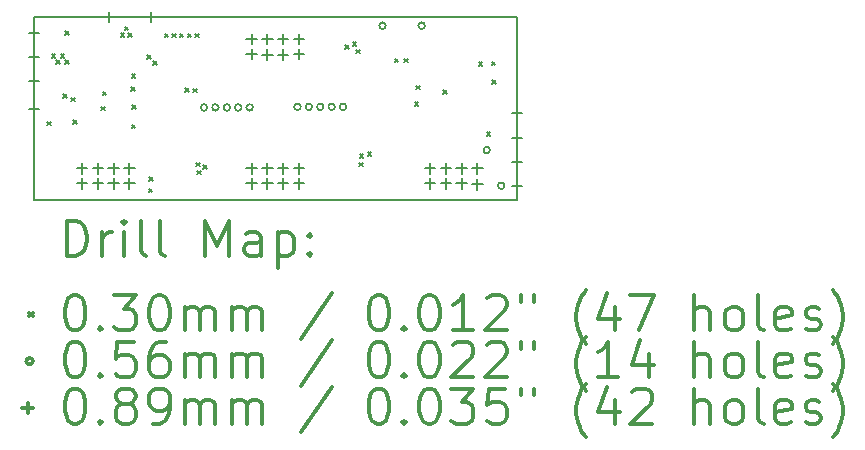
<source format=gbr>
%FSLAX45Y45*%
G04 Gerber Fmt 4.5, Leading zero omitted, Abs format (unit mm)*
G04 Created by KiCad (PCBNEW (5.0.0)) date 11/01/19 16:10:53*
%MOMM*%
%LPD*%
G01*
G04 APERTURE LIST*
%ADD10C,0.200000*%
%ADD11C,0.300000*%
G04 APERTURE END LIST*
D10*
X0Y1549400D02*
X0Y0D01*
X4089400Y1549400D02*
X0Y1549400D01*
X4089400Y0D02*
X4089400Y1549400D01*
X0Y0D02*
X4089400Y0D01*
D10*
X111760Y662940D02*
X142240Y632460D01*
X142240Y662940D02*
X111760Y632460D01*
X149860Y1234440D02*
X180340Y1203960D01*
X180340Y1234440D02*
X149860Y1203960D01*
X187960Y1183640D02*
X218440Y1153160D01*
X218440Y1183640D02*
X187960Y1153160D01*
X226060Y1234440D02*
X256540Y1203960D01*
X256540Y1234440D02*
X226060Y1203960D01*
X244760Y896620D02*
X275240Y866140D01*
X275240Y896620D02*
X244760Y866140D01*
X261620Y1427480D02*
X292100Y1397000D01*
X292100Y1427480D02*
X261620Y1397000D01*
X264160Y1183640D02*
X294640Y1153160D01*
X294640Y1183640D02*
X264160Y1153160D01*
X312420Y865240D02*
X342900Y834760D01*
X342900Y865240D02*
X312420Y834760D01*
X330200Y673100D02*
X360680Y642620D01*
X360680Y673100D02*
X330200Y642620D01*
X568960Y789940D02*
X599440Y759460D01*
X599440Y789940D02*
X568960Y759460D01*
X579652Y916940D02*
X610132Y886460D01*
X610132Y916940D02*
X579652Y886460D01*
X733552Y1412748D02*
X764032Y1382268D01*
X764032Y1412748D02*
X733552Y1382268D01*
X766572Y1467612D02*
X797052Y1437132D01*
X797052Y1467612D02*
X766572Y1437132D01*
X798576Y1412748D02*
X829056Y1382268D01*
X829056Y1412748D02*
X798576Y1382268D01*
X822960Y955040D02*
X853440Y924560D01*
X853440Y955040D02*
X822960Y924560D01*
X825500Y635000D02*
X855980Y604520D01*
X855980Y635000D02*
X825500Y604520D01*
X828040Y1061720D02*
X858520Y1031240D01*
X858520Y1061720D02*
X828040Y1031240D01*
X833120Y802640D02*
X863600Y772160D01*
X863600Y802640D02*
X833120Y772160D01*
X958850Y1223010D02*
X989330Y1192530D01*
X989330Y1223010D02*
X958850Y1192530D01*
X970280Y93980D02*
X1000760Y63500D01*
X1000760Y93980D02*
X970280Y63500D01*
X972820Y190500D02*
X1003300Y160020D01*
X1003300Y190500D02*
X972820Y160020D01*
X1010920Y1173480D02*
X1041400Y1143000D01*
X1041400Y1173480D02*
X1010920Y1143000D01*
X1104900Y1407160D02*
X1135380Y1376680D01*
X1135380Y1407160D02*
X1104900Y1376680D01*
X1169670Y1407160D02*
X1200150Y1376680D01*
X1200150Y1407160D02*
X1169670Y1376680D01*
X1234752Y1405890D02*
X1265232Y1375410D01*
X1265232Y1405890D02*
X1234752Y1375410D01*
X1280160Y943610D02*
X1310640Y913130D01*
X1310640Y943610D02*
X1280160Y913130D01*
X1300480Y1407160D02*
X1330960Y1376680D01*
X1330960Y1407160D02*
X1300480Y1376680D01*
X1346200Y941070D02*
X1376680Y910590D01*
X1376680Y941070D02*
X1346200Y910590D01*
X1366520Y1407160D02*
X1397000Y1376680D01*
X1397000Y1407160D02*
X1366520Y1376680D01*
X1370330Y313690D02*
X1400810Y283210D01*
X1400810Y313690D02*
X1370330Y283210D01*
X1379220Y246380D02*
X1409700Y215900D01*
X1409700Y246380D02*
X1379220Y215900D01*
X1432560Y292100D02*
X1463040Y261620D01*
X1463040Y292100D02*
X1432560Y261620D01*
X2632710Y1310640D02*
X2663190Y1280160D01*
X2663190Y1310640D02*
X2632710Y1280160D01*
X2696210Y1336040D02*
X2726690Y1305560D01*
X2726690Y1336040D02*
X2696210Y1305560D01*
X2727960Y1272540D02*
X2758440Y1242060D01*
X2758440Y1272540D02*
X2727960Y1242060D01*
X2752090Y316230D02*
X2782570Y285750D01*
X2782570Y316230D02*
X2752090Y285750D01*
X2757170Y386080D02*
X2787650Y355600D01*
X2787650Y386080D02*
X2757170Y355600D01*
X2823210Y402590D02*
X2853690Y372110D01*
X2853690Y402590D02*
X2823210Y372110D01*
X3054078Y1194434D02*
X3084558Y1163954D01*
X3084558Y1194434D02*
X3054078Y1163954D01*
X3134360Y1194434D02*
X3164840Y1163954D01*
X3164840Y1194434D02*
X3134360Y1163954D01*
X3223260Y828040D02*
X3253740Y797560D01*
X3253740Y828040D02*
X3223260Y797560D01*
X3235960Y967740D02*
X3266440Y937260D01*
X3266440Y967740D02*
X3235960Y937260D01*
X3464560Y929640D02*
X3495040Y899160D01*
X3495040Y929640D02*
X3464560Y899160D01*
X3764280Y1165860D02*
X3794760Y1135380D01*
X3794760Y1165860D02*
X3764280Y1135380D01*
X3832860Y574040D02*
X3863340Y543560D01*
X3863340Y574040D02*
X3832860Y543560D01*
X3876040Y1168400D02*
X3906520Y1137920D01*
X3906520Y1168400D02*
X3876040Y1137920D01*
X3876860Y1010920D02*
X3907340Y980440D01*
X3907340Y1010920D02*
X3876860Y980440D01*
X1466850Y782320D02*
G75*
G03X1466850Y782320I-27940J0D01*
G01*
X1563370Y782320D02*
G75*
G03X1563370Y782320I-27940J0D01*
G01*
X1659890Y782320D02*
G75*
G03X1659890Y782320I-27940J0D01*
G01*
X1756410Y782320D02*
G75*
G03X1756410Y782320I-27940J0D01*
G01*
X1852930Y782320D02*
G75*
G03X1852930Y782320I-27940J0D01*
G01*
X2258060Y787400D02*
G75*
G03X2258060Y787400I-27940J0D01*
G01*
X2354580Y787400D02*
G75*
G03X2354580Y787400I-27940J0D01*
G01*
X2451100Y787400D02*
G75*
G03X2451100Y787400I-27940J0D01*
G01*
X2547620Y787400D02*
G75*
G03X2547620Y787400I-27940J0D01*
G01*
X2644140Y787400D02*
G75*
G03X2644140Y787400I-27940J0D01*
G01*
X2977940Y1475000D02*
G75*
G03X2977940Y1475000I-27940J0D01*
G01*
X3309620Y1474470D02*
G75*
G03X3309620Y1474470I-27940J0D01*
G01*
X3860800Y421640D02*
G75*
G03X3860800Y421640I-27940J0D01*
G01*
X3982720Y119380D02*
G75*
G03X3982720Y119380I-27940J0D01*
G01*
X406400Y184150D02*
X406400Y95250D01*
X361950Y139700D02*
X450850Y139700D01*
X990600Y1593850D02*
X990600Y1504950D01*
X946150Y1549400D02*
X1035050Y1549400D01*
X0Y817550D02*
X0Y728650D01*
X-44450Y773100D02*
X44450Y773100D01*
X3352800Y184150D02*
X3352800Y95250D01*
X3308350Y139700D02*
X3397250Y139700D01*
X2108200Y184150D02*
X2108200Y95250D01*
X2063750Y139700D02*
X2152650Y139700D01*
X806450Y184150D02*
X806450Y95250D01*
X762000Y139700D02*
X850900Y139700D01*
X406400Y311150D02*
X406400Y222250D01*
X361950Y266700D02*
X450850Y266700D01*
X0Y1250950D02*
X0Y1162050D01*
X-44450Y1206500D02*
X44450Y1206500D01*
X4089400Y565150D02*
X4089400Y476250D01*
X4044950Y520700D02*
X4133850Y520700D01*
X3352800Y311150D02*
X3352800Y222250D01*
X3308350Y266700D02*
X3397250Y266700D01*
X3486150Y311150D02*
X3486150Y222250D01*
X3441700Y266700D02*
X3530600Y266700D01*
X1974850Y1404940D02*
X1974850Y1316040D01*
X1930400Y1360490D02*
X2019300Y1360490D01*
X1841500Y184150D02*
X1841500Y95250D01*
X1797050Y139700D02*
X1885950Y139700D01*
X806450Y311150D02*
X806450Y222250D01*
X762000Y266700D02*
X850900Y266700D01*
X2241550Y1404940D02*
X2241550Y1316040D01*
X2197100Y1360490D02*
X2286000Y1360490D01*
X3619500Y311150D02*
X3619500Y222250D01*
X3575050Y266700D02*
X3663950Y266700D01*
X3486150Y184150D02*
X3486150Y95250D01*
X3441700Y139700D02*
X3530600Y139700D01*
X539750Y184150D02*
X539750Y95250D01*
X495300Y139700D02*
X584200Y139700D01*
X635000Y1593850D02*
X635000Y1504950D01*
X590550Y1549400D02*
X679450Y1549400D01*
X539750Y311150D02*
X539750Y222250D01*
X495300Y266700D02*
X584200Y266700D01*
X1975000Y1274450D02*
X1975000Y1185550D01*
X1930550Y1230000D02*
X2019450Y1230000D01*
X2108200Y1404940D02*
X2108200Y1316040D01*
X2063750Y1360490D02*
X2152650Y1360490D01*
X1841500Y1404940D02*
X1841500Y1316040D01*
X1797050Y1360490D02*
X1885950Y1360490D01*
X1841500Y311150D02*
X1841500Y222250D01*
X1797050Y266700D02*
X1885950Y266700D01*
X673100Y184150D02*
X673100Y95250D01*
X628650Y139700D02*
X717550Y139700D01*
X1974850Y311150D02*
X1974850Y222250D01*
X1930400Y266700D02*
X2019300Y266700D01*
X2109620Y1274450D02*
X2109620Y1185550D01*
X2065170Y1230000D02*
X2154070Y1230000D01*
X0Y1047750D02*
X0Y958850D01*
X-44450Y1003300D02*
X44450Y1003300D01*
X2241550Y1277940D02*
X2241550Y1189040D01*
X2197100Y1233490D02*
X2286000Y1233490D01*
X4089400Y781050D02*
X4089400Y692150D01*
X4044950Y736600D02*
X4133850Y736600D01*
X4089400Y361950D02*
X4089400Y273050D01*
X4044950Y317500D02*
X4133850Y317500D01*
X2241550Y311150D02*
X2241550Y222250D01*
X2197100Y266700D02*
X2286000Y266700D01*
X1974850Y184150D02*
X1974850Y95250D01*
X1930400Y139700D02*
X2019300Y139700D01*
X4089400Y158750D02*
X4089400Y69850D01*
X4044950Y114300D02*
X4133850Y114300D01*
X1841500Y1277940D02*
X1841500Y1189040D01*
X1797050Y1233490D02*
X1885950Y1233490D01*
X3752850Y311150D02*
X3752850Y222250D01*
X3708400Y266700D02*
X3797300Y266700D01*
X0Y1454150D02*
X0Y1365250D01*
X-44450Y1409700D02*
X44450Y1409700D01*
X2108200Y311150D02*
X2108200Y222250D01*
X2063750Y266700D02*
X2152650Y266700D01*
X673100Y311150D02*
X673100Y222250D01*
X628650Y266700D02*
X717550Y266700D01*
X3619500Y184150D02*
X3619500Y95250D01*
X3575050Y139700D02*
X3663950Y139700D01*
X3752850Y176530D02*
X3752850Y87630D01*
X3708400Y132080D02*
X3797300Y132080D01*
X2241550Y184150D02*
X2241550Y95250D01*
X2197100Y139700D02*
X2286000Y139700D01*
D11*
X276428Y-475714D02*
X276428Y-175714D01*
X347857Y-175714D01*
X390714Y-190000D01*
X419286Y-218571D01*
X433571Y-247143D01*
X447857Y-304286D01*
X447857Y-347143D01*
X433571Y-404286D01*
X419286Y-432857D01*
X390714Y-461429D01*
X347857Y-475714D01*
X276428Y-475714D01*
X576428Y-475714D02*
X576428Y-275714D01*
X576428Y-332857D02*
X590714Y-304286D01*
X605000Y-290000D01*
X633571Y-275714D01*
X662143Y-275714D01*
X762143Y-475714D02*
X762143Y-275714D01*
X762143Y-175714D02*
X747857Y-190000D01*
X762143Y-204286D01*
X776428Y-190000D01*
X762143Y-175714D01*
X762143Y-204286D01*
X947857Y-475714D02*
X919286Y-461429D01*
X905000Y-432857D01*
X905000Y-175714D01*
X1105000Y-475714D02*
X1076428Y-461429D01*
X1062143Y-432857D01*
X1062143Y-175714D01*
X1447857Y-475714D02*
X1447857Y-175714D01*
X1547857Y-390000D01*
X1647857Y-175714D01*
X1647857Y-475714D01*
X1919286Y-475714D02*
X1919286Y-318572D01*
X1905000Y-290000D01*
X1876428Y-275714D01*
X1819286Y-275714D01*
X1790714Y-290000D01*
X1919286Y-461429D02*
X1890714Y-475714D01*
X1819286Y-475714D01*
X1790714Y-461429D01*
X1776428Y-432857D01*
X1776428Y-404286D01*
X1790714Y-375714D01*
X1819286Y-361429D01*
X1890714Y-361429D01*
X1919286Y-347143D01*
X2062143Y-275714D02*
X2062143Y-575714D01*
X2062143Y-290000D02*
X2090714Y-275714D01*
X2147857Y-275714D01*
X2176428Y-290000D01*
X2190714Y-304286D01*
X2205000Y-332857D01*
X2205000Y-418571D01*
X2190714Y-447143D01*
X2176428Y-461429D01*
X2147857Y-475714D01*
X2090714Y-475714D01*
X2062143Y-461429D01*
X2333571Y-447143D02*
X2347857Y-461429D01*
X2333571Y-475714D01*
X2319286Y-461429D01*
X2333571Y-447143D01*
X2333571Y-475714D01*
X2333571Y-290000D02*
X2347857Y-304286D01*
X2333571Y-318572D01*
X2319286Y-304286D01*
X2333571Y-290000D01*
X2333571Y-318572D01*
X-40480Y-954760D02*
X-10000Y-985240D01*
X-10000Y-954760D02*
X-40480Y-985240D01*
X333571Y-805714D02*
X362143Y-805714D01*
X390714Y-820000D01*
X405000Y-834286D01*
X419286Y-862857D01*
X433571Y-920000D01*
X433571Y-991429D01*
X419286Y-1048571D01*
X405000Y-1077143D01*
X390714Y-1091429D01*
X362143Y-1105714D01*
X333571Y-1105714D01*
X305000Y-1091429D01*
X290714Y-1077143D01*
X276428Y-1048571D01*
X262143Y-991429D01*
X262143Y-920000D01*
X276428Y-862857D01*
X290714Y-834286D01*
X305000Y-820000D01*
X333571Y-805714D01*
X562143Y-1077143D02*
X576428Y-1091429D01*
X562143Y-1105714D01*
X547857Y-1091429D01*
X562143Y-1077143D01*
X562143Y-1105714D01*
X676428Y-805714D02*
X862143Y-805714D01*
X762143Y-920000D01*
X805000Y-920000D01*
X833571Y-934286D01*
X847857Y-948571D01*
X862143Y-977143D01*
X862143Y-1048571D01*
X847857Y-1077143D01*
X833571Y-1091429D01*
X805000Y-1105714D01*
X719286Y-1105714D01*
X690714Y-1091429D01*
X676428Y-1077143D01*
X1047857Y-805714D02*
X1076428Y-805714D01*
X1105000Y-820000D01*
X1119286Y-834286D01*
X1133571Y-862857D01*
X1147857Y-920000D01*
X1147857Y-991429D01*
X1133571Y-1048571D01*
X1119286Y-1077143D01*
X1105000Y-1091429D01*
X1076428Y-1105714D01*
X1047857Y-1105714D01*
X1019286Y-1091429D01*
X1005000Y-1077143D01*
X990714Y-1048571D01*
X976428Y-991429D01*
X976428Y-920000D01*
X990714Y-862857D01*
X1005000Y-834286D01*
X1019286Y-820000D01*
X1047857Y-805714D01*
X1276428Y-1105714D02*
X1276428Y-905714D01*
X1276428Y-934286D02*
X1290714Y-920000D01*
X1319286Y-905714D01*
X1362143Y-905714D01*
X1390714Y-920000D01*
X1405000Y-948571D01*
X1405000Y-1105714D01*
X1405000Y-948571D02*
X1419286Y-920000D01*
X1447857Y-905714D01*
X1490714Y-905714D01*
X1519286Y-920000D01*
X1533571Y-948571D01*
X1533571Y-1105714D01*
X1676428Y-1105714D02*
X1676428Y-905714D01*
X1676428Y-934286D02*
X1690714Y-920000D01*
X1719286Y-905714D01*
X1762143Y-905714D01*
X1790714Y-920000D01*
X1805000Y-948571D01*
X1805000Y-1105714D01*
X1805000Y-948571D02*
X1819286Y-920000D01*
X1847857Y-905714D01*
X1890714Y-905714D01*
X1919286Y-920000D01*
X1933571Y-948571D01*
X1933571Y-1105714D01*
X2519286Y-791429D02*
X2262143Y-1177143D01*
X2905000Y-805714D02*
X2933571Y-805714D01*
X2962143Y-820000D01*
X2976428Y-834286D01*
X2990714Y-862857D01*
X3005000Y-920000D01*
X3005000Y-991429D01*
X2990714Y-1048571D01*
X2976428Y-1077143D01*
X2962143Y-1091429D01*
X2933571Y-1105714D01*
X2905000Y-1105714D01*
X2876428Y-1091429D01*
X2862143Y-1077143D01*
X2847857Y-1048571D01*
X2833571Y-991429D01*
X2833571Y-920000D01*
X2847857Y-862857D01*
X2862143Y-834286D01*
X2876428Y-820000D01*
X2905000Y-805714D01*
X3133571Y-1077143D02*
X3147857Y-1091429D01*
X3133571Y-1105714D01*
X3119286Y-1091429D01*
X3133571Y-1077143D01*
X3133571Y-1105714D01*
X3333571Y-805714D02*
X3362143Y-805714D01*
X3390714Y-820000D01*
X3405000Y-834286D01*
X3419286Y-862857D01*
X3433571Y-920000D01*
X3433571Y-991429D01*
X3419286Y-1048571D01*
X3405000Y-1077143D01*
X3390714Y-1091429D01*
X3362143Y-1105714D01*
X3333571Y-1105714D01*
X3305000Y-1091429D01*
X3290714Y-1077143D01*
X3276428Y-1048571D01*
X3262143Y-991429D01*
X3262143Y-920000D01*
X3276428Y-862857D01*
X3290714Y-834286D01*
X3305000Y-820000D01*
X3333571Y-805714D01*
X3719286Y-1105714D02*
X3547857Y-1105714D01*
X3633571Y-1105714D02*
X3633571Y-805714D01*
X3605000Y-848571D01*
X3576428Y-877143D01*
X3547857Y-891429D01*
X3833571Y-834286D02*
X3847857Y-820000D01*
X3876428Y-805714D01*
X3947857Y-805714D01*
X3976428Y-820000D01*
X3990714Y-834286D01*
X4005000Y-862857D01*
X4005000Y-891429D01*
X3990714Y-934286D01*
X3819286Y-1105714D01*
X4005000Y-1105714D01*
X4119286Y-805714D02*
X4119286Y-862857D01*
X4233571Y-805714D02*
X4233571Y-862857D01*
X4676428Y-1220000D02*
X4662143Y-1205714D01*
X4633571Y-1162857D01*
X4619286Y-1134286D01*
X4605000Y-1091429D01*
X4590714Y-1020000D01*
X4590714Y-962857D01*
X4605000Y-891429D01*
X4619286Y-848571D01*
X4633571Y-820000D01*
X4662143Y-777143D01*
X4676428Y-762857D01*
X4919286Y-905714D02*
X4919286Y-1105714D01*
X4847857Y-791429D02*
X4776428Y-1005714D01*
X4962143Y-1005714D01*
X5047857Y-805714D02*
X5247857Y-805714D01*
X5119286Y-1105714D01*
X5590714Y-1105714D02*
X5590714Y-805714D01*
X5719286Y-1105714D02*
X5719286Y-948571D01*
X5705000Y-920000D01*
X5676428Y-905714D01*
X5633571Y-905714D01*
X5605000Y-920000D01*
X5590714Y-934286D01*
X5905000Y-1105714D02*
X5876428Y-1091429D01*
X5862143Y-1077143D01*
X5847857Y-1048571D01*
X5847857Y-962857D01*
X5862143Y-934286D01*
X5876428Y-920000D01*
X5905000Y-905714D01*
X5947857Y-905714D01*
X5976428Y-920000D01*
X5990714Y-934286D01*
X6005000Y-962857D01*
X6005000Y-1048571D01*
X5990714Y-1077143D01*
X5976428Y-1091429D01*
X5947857Y-1105714D01*
X5905000Y-1105714D01*
X6176428Y-1105714D02*
X6147857Y-1091429D01*
X6133571Y-1062857D01*
X6133571Y-805714D01*
X6405000Y-1091429D02*
X6376428Y-1105714D01*
X6319286Y-1105714D01*
X6290714Y-1091429D01*
X6276428Y-1062857D01*
X6276428Y-948571D01*
X6290714Y-920000D01*
X6319286Y-905714D01*
X6376428Y-905714D01*
X6405000Y-920000D01*
X6419286Y-948571D01*
X6419286Y-977143D01*
X6276428Y-1005714D01*
X6533571Y-1091429D02*
X6562143Y-1105714D01*
X6619286Y-1105714D01*
X6647857Y-1091429D01*
X6662143Y-1062857D01*
X6662143Y-1048571D01*
X6647857Y-1020000D01*
X6619286Y-1005714D01*
X6576428Y-1005714D01*
X6547857Y-991429D01*
X6533571Y-962857D01*
X6533571Y-948571D01*
X6547857Y-920000D01*
X6576428Y-905714D01*
X6619286Y-905714D01*
X6647857Y-920000D01*
X6762143Y-1220000D02*
X6776428Y-1205714D01*
X6805000Y-1162857D01*
X6819286Y-1134286D01*
X6833571Y-1091429D01*
X6847857Y-1020000D01*
X6847857Y-962857D01*
X6833571Y-891429D01*
X6819286Y-848571D01*
X6805000Y-820000D01*
X6776428Y-777143D01*
X6762143Y-762857D01*
X-10000Y-1366000D02*
G75*
G03X-10000Y-1366000I-27940J0D01*
G01*
X333571Y-1201714D02*
X362143Y-1201714D01*
X390714Y-1216000D01*
X405000Y-1230286D01*
X419286Y-1258857D01*
X433571Y-1316000D01*
X433571Y-1387429D01*
X419286Y-1444571D01*
X405000Y-1473143D01*
X390714Y-1487429D01*
X362143Y-1501714D01*
X333571Y-1501714D01*
X305000Y-1487429D01*
X290714Y-1473143D01*
X276428Y-1444571D01*
X262143Y-1387429D01*
X262143Y-1316000D01*
X276428Y-1258857D01*
X290714Y-1230286D01*
X305000Y-1216000D01*
X333571Y-1201714D01*
X562143Y-1473143D02*
X576428Y-1487429D01*
X562143Y-1501714D01*
X547857Y-1487429D01*
X562143Y-1473143D01*
X562143Y-1501714D01*
X847857Y-1201714D02*
X705000Y-1201714D01*
X690714Y-1344572D01*
X705000Y-1330286D01*
X733571Y-1316000D01*
X805000Y-1316000D01*
X833571Y-1330286D01*
X847857Y-1344572D01*
X862143Y-1373143D01*
X862143Y-1444571D01*
X847857Y-1473143D01*
X833571Y-1487429D01*
X805000Y-1501714D01*
X733571Y-1501714D01*
X705000Y-1487429D01*
X690714Y-1473143D01*
X1119286Y-1201714D02*
X1062143Y-1201714D01*
X1033571Y-1216000D01*
X1019286Y-1230286D01*
X990714Y-1273143D01*
X976428Y-1330286D01*
X976428Y-1444571D01*
X990714Y-1473143D01*
X1005000Y-1487429D01*
X1033571Y-1501714D01*
X1090714Y-1501714D01*
X1119286Y-1487429D01*
X1133571Y-1473143D01*
X1147857Y-1444571D01*
X1147857Y-1373143D01*
X1133571Y-1344572D01*
X1119286Y-1330286D01*
X1090714Y-1316000D01*
X1033571Y-1316000D01*
X1005000Y-1330286D01*
X990714Y-1344572D01*
X976428Y-1373143D01*
X1276428Y-1501714D02*
X1276428Y-1301714D01*
X1276428Y-1330286D02*
X1290714Y-1316000D01*
X1319286Y-1301714D01*
X1362143Y-1301714D01*
X1390714Y-1316000D01*
X1405000Y-1344572D01*
X1405000Y-1501714D01*
X1405000Y-1344572D02*
X1419286Y-1316000D01*
X1447857Y-1301714D01*
X1490714Y-1301714D01*
X1519286Y-1316000D01*
X1533571Y-1344572D01*
X1533571Y-1501714D01*
X1676428Y-1501714D02*
X1676428Y-1301714D01*
X1676428Y-1330286D02*
X1690714Y-1316000D01*
X1719286Y-1301714D01*
X1762143Y-1301714D01*
X1790714Y-1316000D01*
X1805000Y-1344572D01*
X1805000Y-1501714D01*
X1805000Y-1344572D02*
X1819286Y-1316000D01*
X1847857Y-1301714D01*
X1890714Y-1301714D01*
X1919286Y-1316000D01*
X1933571Y-1344572D01*
X1933571Y-1501714D01*
X2519286Y-1187429D02*
X2262143Y-1573143D01*
X2905000Y-1201714D02*
X2933571Y-1201714D01*
X2962143Y-1216000D01*
X2976428Y-1230286D01*
X2990714Y-1258857D01*
X3005000Y-1316000D01*
X3005000Y-1387429D01*
X2990714Y-1444571D01*
X2976428Y-1473143D01*
X2962143Y-1487429D01*
X2933571Y-1501714D01*
X2905000Y-1501714D01*
X2876428Y-1487429D01*
X2862143Y-1473143D01*
X2847857Y-1444571D01*
X2833571Y-1387429D01*
X2833571Y-1316000D01*
X2847857Y-1258857D01*
X2862143Y-1230286D01*
X2876428Y-1216000D01*
X2905000Y-1201714D01*
X3133571Y-1473143D02*
X3147857Y-1487429D01*
X3133571Y-1501714D01*
X3119286Y-1487429D01*
X3133571Y-1473143D01*
X3133571Y-1501714D01*
X3333571Y-1201714D02*
X3362143Y-1201714D01*
X3390714Y-1216000D01*
X3405000Y-1230286D01*
X3419286Y-1258857D01*
X3433571Y-1316000D01*
X3433571Y-1387429D01*
X3419286Y-1444571D01*
X3405000Y-1473143D01*
X3390714Y-1487429D01*
X3362143Y-1501714D01*
X3333571Y-1501714D01*
X3305000Y-1487429D01*
X3290714Y-1473143D01*
X3276428Y-1444571D01*
X3262143Y-1387429D01*
X3262143Y-1316000D01*
X3276428Y-1258857D01*
X3290714Y-1230286D01*
X3305000Y-1216000D01*
X3333571Y-1201714D01*
X3547857Y-1230286D02*
X3562143Y-1216000D01*
X3590714Y-1201714D01*
X3662143Y-1201714D01*
X3690714Y-1216000D01*
X3705000Y-1230286D01*
X3719286Y-1258857D01*
X3719286Y-1287429D01*
X3705000Y-1330286D01*
X3533571Y-1501714D01*
X3719286Y-1501714D01*
X3833571Y-1230286D02*
X3847857Y-1216000D01*
X3876428Y-1201714D01*
X3947857Y-1201714D01*
X3976428Y-1216000D01*
X3990714Y-1230286D01*
X4005000Y-1258857D01*
X4005000Y-1287429D01*
X3990714Y-1330286D01*
X3819286Y-1501714D01*
X4005000Y-1501714D01*
X4119286Y-1201714D02*
X4119286Y-1258857D01*
X4233571Y-1201714D02*
X4233571Y-1258857D01*
X4676428Y-1616000D02*
X4662143Y-1601714D01*
X4633571Y-1558857D01*
X4619286Y-1530286D01*
X4605000Y-1487429D01*
X4590714Y-1416000D01*
X4590714Y-1358857D01*
X4605000Y-1287429D01*
X4619286Y-1244572D01*
X4633571Y-1216000D01*
X4662143Y-1173143D01*
X4676428Y-1158857D01*
X4947857Y-1501714D02*
X4776428Y-1501714D01*
X4862143Y-1501714D02*
X4862143Y-1201714D01*
X4833571Y-1244572D01*
X4805000Y-1273143D01*
X4776428Y-1287429D01*
X5205000Y-1301714D02*
X5205000Y-1501714D01*
X5133571Y-1187429D02*
X5062143Y-1401714D01*
X5247857Y-1401714D01*
X5590714Y-1501714D02*
X5590714Y-1201714D01*
X5719286Y-1501714D02*
X5719286Y-1344572D01*
X5705000Y-1316000D01*
X5676428Y-1301714D01*
X5633571Y-1301714D01*
X5605000Y-1316000D01*
X5590714Y-1330286D01*
X5905000Y-1501714D02*
X5876428Y-1487429D01*
X5862143Y-1473143D01*
X5847857Y-1444571D01*
X5847857Y-1358857D01*
X5862143Y-1330286D01*
X5876428Y-1316000D01*
X5905000Y-1301714D01*
X5947857Y-1301714D01*
X5976428Y-1316000D01*
X5990714Y-1330286D01*
X6005000Y-1358857D01*
X6005000Y-1444571D01*
X5990714Y-1473143D01*
X5976428Y-1487429D01*
X5947857Y-1501714D01*
X5905000Y-1501714D01*
X6176428Y-1501714D02*
X6147857Y-1487429D01*
X6133571Y-1458857D01*
X6133571Y-1201714D01*
X6405000Y-1487429D02*
X6376428Y-1501714D01*
X6319286Y-1501714D01*
X6290714Y-1487429D01*
X6276428Y-1458857D01*
X6276428Y-1344572D01*
X6290714Y-1316000D01*
X6319286Y-1301714D01*
X6376428Y-1301714D01*
X6405000Y-1316000D01*
X6419286Y-1344572D01*
X6419286Y-1373143D01*
X6276428Y-1401714D01*
X6533571Y-1487429D02*
X6562143Y-1501714D01*
X6619286Y-1501714D01*
X6647857Y-1487429D01*
X6662143Y-1458857D01*
X6662143Y-1444571D01*
X6647857Y-1416000D01*
X6619286Y-1401714D01*
X6576428Y-1401714D01*
X6547857Y-1387429D01*
X6533571Y-1358857D01*
X6533571Y-1344572D01*
X6547857Y-1316000D01*
X6576428Y-1301714D01*
X6619286Y-1301714D01*
X6647857Y-1316000D01*
X6762143Y-1616000D02*
X6776428Y-1601714D01*
X6805000Y-1558857D01*
X6819286Y-1530286D01*
X6833571Y-1487429D01*
X6847857Y-1416000D01*
X6847857Y-1358857D01*
X6833571Y-1287429D01*
X6819286Y-1244572D01*
X6805000Y-1216000D01*
X6776428Y-1173143D01*
X6762143Y-1158857D01*
X-54450Y-1717550D02*
X-54450Y-1806450D01*
X-98900Y-1762000D02*
X-10000Y-1762000D01*
X333571Y-1597714D02*
X362143Y-1597714D01*
X390714Y-1612000D01*
X405000Y-1626286D01*
X419286Y-1654857D01*
X433571Y-1712000D01*
X433571Y-1783429D01*
X419286Y-1840571D01*
X405000Y-1869143D01*
X390714Y-1883429D01*
X362143Y-1897714D01*
X333571Y-1897714D01*
X305000Y-1883429D01*
X290714Y-1869143D01*
X276428Y-1840571D01*
X262143Y-1783429D01*
X262143Y-1712000D01*
X276428Y-1654857D01*
X290714Y-1626286D01*
X305000Y-1612000D01*
X333571Y-1597714D01*
X562143Y-1869143D02*
X576428Y-1883429D01*
X562143Y-1897714D01*
X547857Y-1883429D01*
X562143Y-1869143D01*
X562143Y-1897714D01*
X747857Y-1726286D02*
X719286Y-1712000D01*
X705000Y-1697714D01*
X690714Y-1669143D01*
X690714Y-1654857D01*
X705000Y-1626286D01*
X719286Y-1612000D01*
X747857Y-1597714D01*
X805000Y-1597714D01*
X833571Y-1612000D01*
X847857Y-1626286D01*
X862143Y-1654857D01*
X862143Y-1669143D01*
X847857Y-1697714D01*
X833571Y-1712000D01*
X805000Y-1726286D01*
X747857Y-1726286D01*
X719286Y-1740571D01*
X705000Y-1754857D01*
X690714Y-1783429D01*
X690714Y-1840571D01*
X705000Y-1869143D01*
X719286Y-1883429D01*
X747857Y-1897714D01*
X805000Y-1897714D01*
X833571Y-1883429D01*
X847857Y-1869143D01*
X862143Y-1840571D01*
X862143Y-1783429D01*
X847857Y-1754857D01*
X833571Y-1740571D01*
X805000Y-1726286D01*
X1005000Y-1897714D02*
X1062143Y-1897714D01*
X1090714Y-1883429D01*
X1105000Y-1869143D01*
X1133571Y-1826286D01*
X1147857Y-1769143D01*
X1147857Y-1654857D01*
X1133571Y-1626286D01*
X1119286Y-1612000D01*
X1090714Y-1597714D01*
X1033571Y-1597714D01*
X1005000Y-1612000D01*
X990714Y-1626286D01*
X976428Y-1654857D01*
X976428Y-1726286D01*
X990714Y-1754857D01*
X1005000Y-1769143D01*
X1033571Y-1783429D01*
X1090714Y-1783429D01*
X1119286Y-1769143D01*
X1133571Y-1754857D01*
X1147857Y-1726286D01*
X1276428Y-1897714D02*
X1276428Y-1697714D01*
X1276428Y-1726286D02*
X1290714Y-1712000D01*
X1319286Y-1697714D01*
X1362143Y-1697714D01*
X1390714Y-1712000D01*
X1405000Y-1740571D01*
X1405000Y-1897714D01*
X1405000Y-1740571D02*
X1419286Y-1712000D01*
X1447857Y-1697714D01*
X1490714Y-1697714D01*
X1519286Y-1712000D01*
X1533571Y-1740571D01*
X1533571Y-1897714D01*
X1676428Y-1897714D02*
X1676428Y-1697714D01*
X1676428Y-1726286D02*
X1690714Y-1712000D01*
X1719286Y-1697714D01*
X1762143Y-1697714D01*
X1790714Y-1712000D01*
X1805000Y-1740571D01*
X1805000Y-1897714D01*
X1805000Y-1740571D02*
X1819286Y-1712000D01*
X1847857Y-1697714D01*
X1890714Y-1697714D01*
X1919286Y-1712000D01*
X1933571Y-1740571D01*
X1933571Y-1897714D01*
X2519286Y-1583429D02*
X2262143Y-1969143D01*
X2905000Y-1597714D02*
X2933571Y-1597714D01*
X2962143Y-1612000D01*
X2976428Y-1626286D01*
X2990714Y-1654857D01*
X3005000Y-1712000D01*
X3005000Y-1783429D01*
X2990714Y-1840571D01*
X2976428Y-1869143D01*
X2962143Y-1883429D01*
X2933571Y-1897714D01*
X2905000Y-1897714D01*
X2876428Y-1883429D01*
X2862143Y-1869143D01*
X2847857Y-1840571D01*
X2833571Y-1783429D01*
X2833571Y-1712000D01*
X2847857Y-1654857D01*
X2862143Y-1626286D01*
X2876428Y-1612000D01*
X2905000Y-1597714D01*
X3133571Y-1869143D02*
X3147857Y-1883429D01*
X3133571Y-1897714D01*
X3119286Y-1883429D01*
X3133571Y-1869143D01*
X3133571Y-1897714D01*
X3333571Y-1597714D02*
X3362143Y-1597714D01*
X3390714Y-1612000D01*
X3405000Y-1626286D01*
X3419286Y-1654857D01*
X3433571Y-1712000D01*
X3433571Y-1783429D01*
X3419286Y-1840571D01*
X3405000Y-1869143D01*
X3390714Y-1883429D01*
X3362143Y-1897714D01*
X3333571Y-1897714D01*
X3305000Y-1883429D01*
X3290714Y-1869143D01*
X3276428Y-1840571D01*
X3262143Y-1783429D01*
X3262143Y-1712000D01*
X3276428Y-1654857D01*
X3290714Y-1626286D01*
X3305000Y-1612000D01*
X3333571Y-1597714D01*
X3533571Y-1597714D02*
X3719286Y-1597714D01*
X3619286Y-1712000D01*
X3662143Y-1712000D01*
X3690714Y-1726286D01*
X3705000Y-1740571D01*
X3719286Y-1769143D01*
X3719286Y-1840571D01*
X3705000Y-1869143D01*
X3690714Y-1883429D01*
X3662143Y-1897714D01*
X3576428Y-1897714D01*
X3547857Y-1883429D01*
X3533571Y-1869143D01*
X3990714Y-1597714D02*
X3847857Y-1597714D01*
X3833571Y-1740571D01*
X3847857Y-1726286D01*
X3876428Y-1712000D01*
X3947857Y-1712000D01*
X3976428Y-1726286D01*
X3990714Y-1740571D01*
X4005000Y-1769143D01*
X4005000Y-1840571D01*
X3990714Y-1869143D01*
X3976428Y-1883429D01*
X3947857Y-1897714D01*
X3876428Y-1897714D01*
X3847857Y-1883429D01*
X3833571Y-1869143D01*
X4119286Y-1597714D02*
X4119286Y-1654857D01*
X4233571Y-1597714D02*
X4233571Y-1654857D01*
X4676428Y-2012000D02*
X4662143Y-1997714D01*
X4633571Y-1954857D01*
X4619286Y-1926286D01*
X4605000Y-1883429D01*
X4590714Y-1812000D01*
X4590714Y-1754857D01*
X4605000Y-1683429D01*
X4619286Y-1640571D01*
X4633571Y-1612000D01*
X4662143Y-1569143D01*
X4676428Y-1554857D01*
X4919286Y-1697714D02*
X4919286Y-1897714D01*
X4847857Y-1583429D02*
X4776428Y-1797714D01*
X4962143Y-1797714D01*
X5062143Y-1626286D02*
X5076428Y-1612000D01*
X5105000Y-1597714D01*
X5176428Y-1597714D01*
X5205000Y-1612000D01*
X5219286Y-1626286D01*
X5233571Y-1654857D01*
X5233571Y-1683429D01*
X5219286Y-1726286D01*
X5047857Y-1897714D01*
X5233571Y-1897714D01*
X5590714Y-1897714D02*
X5590714Y-1597714D01*
X5719286Y-1897714D02*
X5719286Y-1740571D01*
X5705000Y-1712000D01*
X5676428Y-1697714D01*
X5633571Y-1697714D01*
X5605000Y-1712000D01*
X5590714Y-1726286D01*
X5905000Y-1897714D02*
X5876428Y-1883429D01*
X5862143Y-1869143D01*
X5847857Y-1840571D01*
X5847857Y-1754857D01*
X5862143Y-1726286D01*
X5876428Y-1712000D01*
X5905000Y-1697714D01*
X5947857Y-1697714D01*
X5976428Y-1712000D01*
X5990714Y-1726286D01*
X6005000Y-1754857D01*
X6005000Y-1840571D01*
X5990714Y-1869143D01*
X5976428Y-1883429D01*
X5947857Y-1897714D01*
X5905000Y-1897714D01*
X6176428Y-1897714D02*
X6147857Y-1883429D01*
X6133571Y-1854857D01*
X6133571Y-1597714D01*
X6405000Y-1883429D02*
X6376428Y-1897714D01*
X6319286Y-1897714D01*
X6290714Y-1883429D01*
X6276428Y-1854857D01*
X6276428Y-1740571D01*
X6290714Y-1712000D01*
X6319286Y-1697714D01*
X6376428Y-1697714D01*
X6405000Y-1712000D01*
X6419286Y-1740571D01*
X6419286Y-1769143D01*
X6276428Y-1797714D01*
X6533571Y-1883429D02*
X6562143Y-1897714D01*
X6619286Y-1897714D01*
X6647857Y-1883429D01*
X6662143Y-1854857D01*
X6662143Y-1840571D01*
X6647857Y-1812000D01*
X6619286Y-1797714D01*
X6576428Y-1797714D01*
X6547857Y-1783429D01*
X6533571Y-1754857D01*
X6533571Y-1740571D01*
X6547857Y-1712000D01*
X6576428Y-1697714D01*
X6619286Y-1697714D01*
X6647857Y-1712000D01*
X6762143Y-2012000D02*
X6776428Y-1997714D01*
X6805000Y-1954857D01*
X6819286Y-1926286D01*
X6833571Y-1883429D01*
X6847857Y-1812000D01*
X6847857Y-1754857D01*
X6833571Y-1683429D01*
X6819286Y-1640571D01*
X6805000Y-1612000D01*
X6776428Y-1569143D01*
X6762143Y-1554857D01*
M02*

</source>
